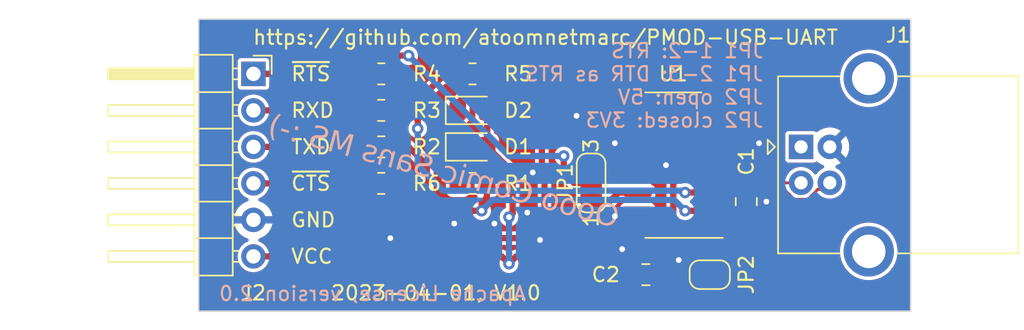
<source format=kicad_pcb>
(kicad_pcb (version 20221018) (generator pcbnew)
  (title_block (title "PMOD USB UART") (date "2023-04-01") (rev "V1.0") (company "https://github.com/atoomnetmarc/PMOD-USB-UART") (comment 1 "Apache License, version 2.0"))
  (layers (0 "F.Cu" signal) (31 "B.Cu" signal) (34 "B.Paste" user) (35 "F.Paste" user) (36 "B.SilkS" user "B.Silkscreen") (37 "F.SilkS" user "F.Silkscreen") (38 "B.Mask" user) (39 "F.Mask" user) (44 "Edge.Cuts" user))
  (net 0 "")
  (net 1 "GND")
  (net 2 "VCC")
  (net 3 "Net-(D1-K)")
  (net 4 "Net-(D2-K)")
  (net 6 "/USB-")
  (net 7 "/USB+")
  (net 9 "USB_RXD")
  (net 10 "USB_TXD")
  (net 11 "/TXD")
  (net 12 "/RXD")
  (net 15 "/~{DSR}")
  (net 16 "/~{RI}")
  (net 17 "/~{DCD}")
  (net 19 "USB_~{RTS}")
  (net 20 "USB_~{CTS}")
  (net 21 "Net-(JP1-C)")
  (net 22 "/~{DTR}")
  (net 23 "/~{RTS}")
  (net 24 "/~{CTS}")
  (net 25 "+3V3")
  (footprint "Resistor_SMD:R_0805_2012Metric_Pad1.20x1.40mm_HandSolder" (layer "F.Cu") (at 110.49 101.6 180)
    (fp_text reference "R4" (at -3.175 0) (layer "F.SilkS"))
    (fp_text value "100R")
    (fp_line (start -0.227064 -0.735) (end 0.227064 -0.735) (stroke (width 0.12)) (layer "F.SilkS"))
    (fp_line (start -0.227064 0.735) (end 0.227064 0.735) (stroke (width 0.12)) (layer "F.SilkS"))
    (pad "1" smd roundrect (at -1 0 180) (size 1.2 1.4) (layers "F.Cu" "F.Paste" "F.Mask") (roundrect_rratio 0.2083333333) (net 21 "Net-(JP1-C)"))
    (pad "2" smd roundrect (at 1 0 180) (size 1.2 1.4) (layers "F.Cu" "F.Paste" "F.Mask") (roundrect_rratio 0.2083333333) (net 19 "USB_~{RTS}"))
  )
  (footprint "Package_SO:SOIC-16_3.9x9.9mm_P1.27mm" (layer "F.Cu") (at 130.81 107.95 180)
    (fp_text reference "U1" (at 0 6.35) (layer "F.SilkS"))
    (fp_text value "CH340C")
    (fp_line (start 0 -5.06) (end -3.45 -5.06) (stroke (width 0.12)) (layer "F.SilkS"))
    (fp_line (start 0 -5.06) (end 1.95 -5.06) (stroke (width 0.12)) (layer "F.SilkS"))
    (fp_line (start 0 5.06) (end -1.95 5.06) (stroke (width 0.12)) (layer "F.SilkS"))
    (fp_line (start 0 5.06) (end 1.95 5.06) (stroke (width 0.12)) (layer "F.SilkS"))
    (pad "1" smd roundrect (at -2.475 -4.445 180) (size 1.95 0.6) (layers "F.Cu" "F.Paste" "F.Mask") (net 1 "GND"))
    (pad "2" smd roundrect (at -2.475 -3.175 180) (size 1.95 0.6) (layers "F.Cu" "F.Paste" "F.Mask") (net 11 "/TXD"))
    (pad "3" smd roundrect (at -2.475 -1.905 180) (size 1.95 0.6) (layers "F.Cu" "F.Paste" "F.Mask") (net 12 "/RXD"))
    (pad "4" smd roundrect (at -2.475 -0.635 180) (size 1.95 0.6) (layers "F.Cu" "F.Paste" "F.Mask") (net 25 "+3V3"))
    (pad "5" smd roundrect (at -2.475 0.635 180) (size 1.95 0.6) (layers "F.Cu" "F.Paste" "F.Mask") (net 7 "/USB+"))
    (pad "6" smd roundrect (at -2.475 1.905 180) (size 1.95 0.6) (layers "F.Cu" "F.Paste" "F.Mask") (net 6 "/USB-"))
    (pad "7" smd roundrect (at -2.475 3.175 180) (size 1.95 0.6) (layers "F.Cu" "F.Paste" "F.Mask"))
    (pad "8" smd roundrect (at -2.475 4.445 180) (size 1.95 0.6) (layers "F.Cu" "F.Paste" "F.Mask"))
    (pad "9" smd roundrect (at 2.475 4.445 180) (size 1.95 0.6) (layers "F.Cu" "F.Paste" "F.Mask") (net 24 "/~{CTS}"))
    (pad "10" smd roundrect (at 2.475 3.175 180) (size 1.95 0.6) (layers "F.Cu" "F.Paste" "F.Mask") (net 15 "/~{DSR}"))
    (pad "11" smd roundrect (at 2.475 1.905 180) (size 1.95 0.6) (layers "F.Cu" "F.Paste" "F.Mask") (net 16 "/~{RI}"))
    (pad "12" smd roundrect (at 2.475 0.635 180) (size 1.95 0.6) (layers "F.Cu" "F.Paste" "F.Mask") (net 17 "/~{DCD}"))
    (pad "13" smd roundrect (at 2.475 -0.635 180) (size 1.95 0.6) (layers "F.Cu" "F.Paste" "F.Mask") (net 22 "/~{DTR}"))
    (pad "14" smd roundrect (at 2.475 -1.905 180) (size 1.95 0.6) (layers "F.Cu" "F.Paste" "F.Mask") (net 23 "/~{RTS}"))
    (pad "15" smd roundrect (at 2.475 -3.175 180) (size 1.95 0.6) (layers "F.Cu" "F.Paste" "F.Mask"))
    (pad "16" smd roundrect (at 2.475 -4.445 180) (size 1.95 0.6) (layers "F.Cu" "F.Paste" "F.Mask") (net 2 "VCC"))
  )
  (footprint "Connector_PinHeader_2.54mm-extra:PinHeader_1x06_P2.54mm_Horizontal" (layer "F.Cu") (at 101.6 101.6)
    (fp_text reference "J2" (at 0 15.24) (layer "F.SilkS"))
    (fp_text value "Pmod peripheral UART")
    (fp_line (start -10.1 -0.38) (end -10.1 0.38) (stroke (width 0.12)) (layer "F.SilkS"))
    (fp_line (start -10.1 0.38) (end -4.1 0.38) (stroke (width 0.12)) (layer "F.SilkS"))
    (fp_line (start -10.1 2.16) (end -10.1 2.92) (stroke (width 0.12)) (layer "F.SilkS"))
    (fp_line (start -10.1 2.92) (end -4.1 2.92) (stroke (width 0.12)) (layer "F.SilkS"))
    (fp_line (start -10.1 4.7) (end -10.1 5.46) (stroke (width 0.12)) (layer "F.SilkS"))
    (fp_line (start -10.1 5.46) (end -4.1 5.46) (stroke (width 0.12)) (layer "F.SilkS"))
    (fp_line (start -10.1 7.24) (end -10.1 8) (stroke (width 0.12)) (layer "F.SilkS"))
    (fp_line (start -10.1 8) (end -4.1 8) (stroke (width 0.12)) (layer "F.SilkS"))
    (fp_line (start -10.1 9.78) (end -10.1 10.54) (stroke (width 0.12)) (layer "F.SilkS"))
    (fp_line (start -10.1 10.54) (end -4.1 10.54) (stroke (width 0.12)) (layer "F.SilkS"))
    (fp_line (start -10.1 12.32) (end -10.1 13.08) (stroke (width 0.12)) (layer "F.SilkS"))
    (fp_line (start -10.1 13.08) (end -4.1 13.08) (stroke (width 0.12)) (layer "F.SilkS"))
    (fp_line (start -4.1 -1.33) (end -1.44 -1.33) (stroke (width 0.12)) (layer "F.SilkS"))
    (fp_line (start -4.1 -0.38) (end -10.1 -0.38) (stroke (width 0.12)) (layer "F.SilkS"))
    (fp_line (start -4.1 -0.32) (end -10.1 -0.32) (stroke (width 0.12)) (layer "F.SilkS"))
    (fp_line (start -4.1 -0.2) (end -10.1 -0.2) (stroke (width 0.12)) (layer "F.SilkS"))
    (fp_line (start -4.1 -0.08) (end -10.1 -0.08) (stroke (width 0.12)) (layer "F.SilkS"))
    (fp_line (start -4.1 0.04) (end -10.1 0.04) (stroke (width 0.12)) (layer "F.SilkS"))
    (fp_line (start -4.1 0.16) (end -10.1 0.16) (stroke (width 0.12)) (layer "F.SilkS"))
    (fp_line (start -4.1 0.28) (end -10.1 0.28) (stroke (width 0.12)) (layer "F.SilkS"))
    (fp_line (start -4.1 2.16) (end -10.1 2.16) (stroke (width 0.12)) (layer "F.SilkS"))
    (fp_line (start -4.1 4.7) (end -10.1 4.7) (stroke (width 0.12)) (layer "F.SilkS"))
    (fp_line (start -4.1 7.24) (end -10.1 7.24) (stroke (width 0.12)) (layer "F.SilkS"))
    (fp_line (start -4.1 9.78) (end -10.1 9.78) (stroke (width 0.12)) (layer "F.SilkS"))
    (fp_line (start -4.1 12.32) (end -10.1 12.32) (stroke (width 0.12)) (layer "F.SilkS"))
    (fp_line (start -4.1 14.03) (end -4.1 -1.33) (stroke (width 0.12)) (layer "F.SilkS"))
    (fp_line (start -1.44 -1.33) (end -1.44 14.03) (stroke (width 0.12)) (layer "F.SilkS"))
    (fp_line (start -1.44 1.27) (end -4.1 1.27) (stroke (width 0.12)) (layer "F.SilkS"))
    (fp_line (start -1.44 3.81) (end -4.1 3.81) (stroke (width 0.12)) (layer "F.SilkS"))
    (fp_line (start -1.44 6.35) (end -4.1 6.35) (stroke (width 0.12)) (layer "F.SilkS"))
    (fp_line (start -1.44 8.89) (end -4.1 8.89) (stroke (width 0.12)) (layer "F.SilkS"))
    (fp_line (start -1.44 11.43) (end -4.1 11.43) (stroke (width 0.12)) (layer "F.SilkS"))
    (fp_line (start -1.44 14.03) (end -4.1 14.03) (stroke (width 0.12)) (layer "F.SilkS"))
    (fp_line (start -1.11 -0.38) (end -1.44 -0.38) (stroke (width 0.12)) (layer "F.SilkS"))
    (fp_line (start -1.11 0.38) (end -1.44 0.38) (stroke (width 0.12)) (layer "F.SilkS"))
    (fp_line (start -1.042929 2.16) (end -1.44 2.16) (stroke (width 0.12)) (layer "F.SilkS"))
    (fp_line (start -1.042929 2.92) (end -1.44 2.92) (stroke (width 0.12)) (layer "F.SilkS"))
    (fp_line (start -1.042929 4.7) (end -1.44 4.7) (stroke (width 0.12)) (layer "F.SilkS"))
    (fp_line (start -1.042929 5.46) (end -1.44 5.46) (stroke (width 0.12)) (layer "F.SilkS"))
    (fp_line (start -1.042929 7.24) (end -1.44 7.24) (stroke (width 0.12)) (layer "F.SilkS"))
    (fp_line (start -1.042929 8) (end -1.44 8) (stroke (width 0.12)) (layer "F.SilkS"))
    (fp_line (start -1.042929 9.78) (end -1.44 9.78) (stroke (width 0.12)) (layer "F.SilkS"))
    (fp_line (start -1.042929 10.54) (end -1.44 10.54) (stroke (width 0.12)) (layer "F.SilkS"))
    (fp_line (start -1.042929 12.32) (end -1.44 12.32) (stroke (width 0.12)) (layer "F.SilkS"))
    (fp_line (start -1.042929 13.08) (end -1.44 13.08) (stroke (width 0.12)) (layer "F.SilkS"))
    (fp_line (start 1.27 -1.27) (end 0 -1.27) (stroke (width 0.12)) (layer "F.SilkS"))
    (fp_line (start 1.27 0) (end 1.27 -1.27) (stroke (width 0.12)) (layer "F.SilkS"))
    (pad "1" thru_hole rect (at 0 0) (size 1.7 1.7) (drill 1) (layers "*.Cu" "*.Mask") (net 19 "USB_~{RTS}"))
    (pad "2" thru_hole oval (at 0 2.54) (size 1.7 1.7) (drill 1) (layers "*.Cu" "*.Mask") (net 9 "USB_RXD"))
    (pad "3" thru_hole oval (at 0 5.08) (size 1.7 1.7) (drill 1) (layers "*.Cu" "*.Mask") (net 10 "USB_TXD"))
    (pad "4" thru_hole oval (at 0 7.62) (size 1.7 1.7) (drill 1) (layers "*.Cu" "*.Mask") (net 20 "USB_~{CTS}"))
    (pad "5" thru_hole oval (at 0 10.16) (size 1.7 1.7) (drill 1) (layers "*.Cu" "*.Mask") (net 1 "GND"))
    (pad "6" thru_hole oval (at 0 12.7) (size 1.7 1.7) (drill 1) (layers "*.Cu" "*.Mask") (net 2 "VCC"))
  )
  (footprint "Resistor_SMD:R_0805_2012Metric_Pad1.20x1.40mm_HandSolder" (layer "F.Cu") (at 110.49 106.68 180)
    (fp_text reference "R2" (at -3.175 0) (layer "F.SilkS"))
    (fp_text value "100R")
    (fp_line (start -0.227064 -0.735) (end 0.227064 -0.735) (stroke (width 0.12)) (layer "F.SilkS"))
    (fp_line (start -0.227064 0.735) (end 0.227064 0.735) (stroke (width 0.12)) (layer "F.SilkS"))
    (pad "1" smd roundrect (at -1 0 180) (size 1.2 1.4) (layers "F.Cu" "F.Paste" "F.Mask") (roundrect_rratio 0.2083333333) (net 11 "/TXD"))
    (pad "2" smd roundrect (at 1 0 180) (size 1.2 1.4) (layers "F.Cu" "F.Paste" "F.Mask") (roundrect_rratio 0.2083333333) (net 10 "USB_TXD"))
  )
  (footprint "LED_SMD:LED_0805_2012Metric_Pad1.15x1.40mm_HandSolder" (layer "F.Cu") (at 116.84 106.68)
    (fp_text reference "D1" (at 3.175 0) (layer "F.SilkS"))
    (fp_text value "Blue")
    (fp_line (start -1.86 -0.96) (end -1.86 0.96) (stroke (width 0.12)) (layer "F.SilkS"))
    (fp_line (start -1.86 0.96) (end 1 0.96) (stroke (width 0.12)) (layer "F.SilkS"))
    (fp_line (start 1 -0.96) (end -1.86 -0.96) (stroke (width 0.12)) (layer "F.SilkS"))
    (pad "1" smd roundrect (at -1.025 0) (size 1.15 1.4) (layers "F.Cu" "F.Paste" "F.Mask") (roundrect_rratio 0.2173913043) (net 3 "Net-(D1-K)"))
    (pad "2" smd roundrect (at 1.025 0) (size 1.15 1.4) (layers "F.Cu" "F.Paste" "F.Mask") (roundrect_rratio 0.2173913043) (net 2 "VCC"))
  )
  (footprint "LED_SMD:LED_0805_2012Metric_Pad1.15x1.40mm_HandSolder" (layer "F.Cu") (at 116.84 104.14)
    (fp_text reference "D2" (at 3.175 0) (layer "F.SilkS"))
    (fp_text value "Blue")
    (fp_line (start -1.86 -0.96) (end -1.86 0.96) (stroke (width 0.12)) (layer "F.SilkS"))
    (fp_line (start -1.86 0.96) (end 1 0.96) (stroke (width 0.12)) (layer "F.SilkS"))
    (fp_line (start 1 -0.96) (end -1.86 -0.96) (stroke (width 0.12)) (layer "F.SilkS"))
    (pad "1" smd roundrect (at -1.025 0) (size 1.15 1.4) (layers "F.Cu" "F.Paste" "F.Mask") (roundrect_rratio 0.2173913043) (net 4 "Net-(D2-K)"))
    (pad "2" smd roundrect (at 1.025 0) (size 1.15 1.4) (layers "F.Cu" "F.Paste" "F.Mask") (roundrect_rratio 0.2173913043) (net 2 "VCC"))
  )
  (footprint "Capacitor_SMD:C_0805_2012Metric_Pad1.18x1.45mm_HandSolder" (layer "F.Cu") (at 128.905 115.57 180)
    (fp_text reference "C2" (at 2.794 0) (layer "F.SilkS"))
    (fp_text value "100n")
    (fp_line (start -0.261252 -0.735) (end 0.261252 -0.735) (stroke (width 0.12)) (layer "F.SilkS"))
    (fp_line (start -0.261252 0.735) (end 0.261252 0.735) (stroke (width 0.12)) (layer "F.SilkS"))
    (pad "1" smd roundrect (at -1.0375 0 180) (size 1.175 1.45) (layers "F.Cu" "F.Paste" "F.Mask") (roundrect_rratio 0.2127659574) (net 2 "VCC"))
    (pad "2" smd roundrect (at 1.0375 0 180) (size 1.175 1.45) (layers "F.Cu" "F.Paste" "F.Mask") (roundrect_rratio 0.2127659574) (net 1 "GND"))
  )
  (footprint "Connector_USB-fixed:USB_B_OST_USB-B1HSxx_Horizontal" (layer "F.Cu") (at 139.7 106.68)
    (fp_text reference "J1" (at 6.76 -7.77) (layer "F.SilkS"))
    (fp_text value "USB_B")
    (fp_line (start -2.32 -0.5) (end -2.32 0.5) (stroke (width 0.12)) (layer "F.SilkS"))
    (fp_line (start -2.32 0.5) (end -1.82 0) (stroke (width 0.12)) (layer "F.SilkS"))
    (fp_line (start -1.82 0) (end -2.32 -0.5) (stroke (width 0.12)) (layer "F.SilkS"))
    (fp_line (start -1.6 -4.91) (end -1.6 7.41) (stroke (width 0.12)) (layer "F.SilkS"))
    (fp_line (start -1.6 7.41) (end 2.66 7.41) (stroke (width 0.12)) (layer "F.SilkS"))
    (fp_line (start 2.66 -4.91) (end -1.6 -4.91) (stroke (width 0.12)) (layer "F.SilkS"))
    (fp_line (start 6.76 -4.91) (end 15.12 -4.91) (stroke (width 0.12)) (layer "F.SilkS"))
    (fp_line (start 15.12 -4.91) (end 15.12 7.41) (stroke (width 0.12)) (layer "F.SilkS"))
    (fp_line (start 15.12 7.41) (end 6.76 7.41) (stroke (width 0.12)) (layer "F.SilkS"))
    (pad "1" thru_hole rect (at 0 0) (size 1.7 1.7) (drill 0.92) (layers "*.Cu" "*.Mask"))
    (pad "2" thru_hole circle (at 0 2.5) (size 1.7 1.7) (drill 0.92) (layers "*.Cu" "*.Mask") (net 6 "/USB-"))
    (pad "3" thru_hole circle (at 2 2.5) (size 1.7 1.7) (drill 0.92) (layers "*.Cu" "*.Mask") (net 7 "/USB+"))
    (pad "4" thru_hole circle (at 2 0) (size 1.7 1.7) (drill 0.92) (layers "*.Cu" "*.Mask") (net 1 "GND"))
    (pad "5" thru_hole circle (at 4.71 -4.77) (size 3.5 3.5) (drill 2.33) (layers "*.Cu" "*.Mask"))
    (pad "5" thru_hole circle (at 4.71 7.27) (size 3.5 3.5) (drill 2.33) (layers "*.Cu" "*.Mask"))
  )
  (footprint "Resistor_SMD:R_0805_2012Metric_Pad1.20x1.40mm_HandSolder" (layer "F.Cu") (at 116.84 109.22)
    (fp_text reference "R1" (at 3.175 0) (layer "F.SilkS"))
    (fp_text value "1k")
    (fp_line (start -0.227064 -0.735) (end 0.227064 -0.735) (stroke (width 0.12)) (layer "F.SilkS"))
    (fp_line (start -0.227064 0.735) (end 0.227064 0.735) (stroke (width 0.12)) (layer "F.SilkS"))
    (pad "1" smd roundrect (at -1 0) (size 1.2 1.4) (layers "F.Cu" "F.Paste" "F.Mask") (roundrect_rratio 0.2083333333) (net 3 "Net-(D1-K)"))
    (pad "2" smd roundrect (at 1 0) (size 1.2 1.4) (layers "F.Cu" "F.Paste" "F.Mask") (roundrect_rratio 0.2083333333) (net 11 "/TXD"))
  )
  (footprint "Jumper:SolderJumper-3_P1.3mm_Bridged12_RoundedPad1.0x1.5mm_NumberLabels" (layer "F.Cu") (at 125.095 109.19 90)
    (fp_text reference "JP1" (at 0 -1.8 90) (layer "F.SilkS"))
    (fp_text value "SolderJumper_3_Bridged12")
    (fp_text user "3" (at 2.6 0 90) (layer "F.SilkS"))
    (fp_text user "1" (at -2.6 0 90) (layer "F.SilkS"))
    (fp_poly (pts (xy -0.9 -0.3) (xy -0.4 -0.3) (xy -0.4 0.3) (xy -0.9 0.3)) (fill solid) (layer "F.Cu"))
    (fp_line (start -2.05 0.3) (end -2.05 -0.3) (stroke (width 0.12)) (layer "F.SilkS"))
    (fp_line (start -1.4 -1) (end 1.4 -1) (stroke (width 0.12)) (layer "F.SilkS"))
    (fp_line (start 1.4 1) (end -1.4 1) (stroke (width 0.12)) (layer "F.SilkS"))
    (fp_line (start 2.05 -0.3) (end 2.05 0.3) (stroke (width 0.12)) (layer "F.SilkS"))
    (fp_arc (start -2.05 -0.3) (mid -1.844975 -0.794975) (end -1.35 -1) (stroke (width 0.12)) (layer "F.SilkS"))
    (fp_arc (start -1.35 1) (mid -1.844975 0.794975) (end -2.05 0.3) (stroke (width 0.12)) (layer "F.SilkS"))
    (fp_arc (start 1.35 -1) (mid 1.844975 -0.794975) (end 2.05 -0.3) (stroke (width 0.12)) (layer "F.SilkS"))
    (fp_arc (start 2.05 0.3) (mid 1.844975 0.794975) (end 1.35 1) (stroke (width 0.12)) (layer "F.SilkS"))
    (pad "1" smd custom (at -1.3 0 90) (size 1 0.5) (layers "F.Cu" "F.Mask") (net 23 "/~{RTS}") (options (clearance outline) (anchor rect)) (primitives (gr_poly (pts (xy 0.55 0.75) (xy 0 0.75) (xy 0 -0.75) (xy 0.55 -0.75)) (width 0) (fill yes)) (gr_circle (center 0 0.25) (end 0.5 0.25) (width 0) (fill yes)) (gr_circle (center 0 -0.25) (end 0.5 -0.25) (width 0) (fill yes))))
    (pad "2" smd rect (at 0 0 90) (size 1 1.5) (layers "F.Cu" "F.Mask") (net 21 "Net-(JP1-C)"))
    (pad "3" smd custom (at 1.3 0 90) (size 1 0.5) (layers "F.Cu" "F.Mask") (net 22 "/~{DTR}") (options (clearance outline) (anchor rect)) (primitives (gr_circle (center 0 0.25) (end 0.5 0.25) (width 0) (fill yes)) (gr_circle (center 0 -0.25) (end 0.5 -0.25) (width 0) (fill yes)) (gr_poly (pts (xy 0 0.75) (xy -0.55 0.75) (xy -0.55 -0.75) (xy 0 -0.75)) (width 0) (fill yes))))
  )
  (footprint "Resistor_SMD:R_0805_2012Metric_Pad1.20x1.40mm_HandSolder" (layer "F.Cu") (at 110.49 104.14 180)
    (fp_text reference "R3" (at -3.175 0) (layer "F.SilkS"))
    (fp_text value "100R")
    (fp_line (start -0.227064 -0.735) (end 0.227064 -0.735) (stroke (width 0.12)) (layer "F.SilkS"))
    (fp_line (start -0.227064 0.735) (end 0.227064 0.735) (stroke (width 0.12)) (layer "F.SilkS"))
    (pad "1" smd roundrect (at -1 0 180) (size 1.2 1.4) (layers "F.Cu" "F.Paste" "F.Mask") (roundrect_rratio 0.2083333333) (net 12 "/RXD"))
    (pad "2" smd roundrect (at 1 0 180) (size 1.2 1.4) (layers "F.Cu" "F.Paste" "F.Mask") (roundrect_rratio 0.2083333333) (net 9 "USB_RXD"))
  )
  (footprint "Resistor_SMD:R_0805_2012Metric_Pad1.20x1.40mm_HandSolder" (layer "F.Cu") (at 116.84 101.6 180)
    (fp_text reference "R5" (at -3.175 0) (layer "F.SilkS"))
    (fp_text value "1k")
    (fp_line (start -0.227064 -0.735) (end 0.227064 -0.735) (stroke (width 0.12)) (layer "F.SilkS"))
    (fp_line (start -0.227064 0.735) (end 0.227064 0.735) (stroke (width 0.12)) (layer "F.SilkS"))
    (pad "1" smd roundrect (at -1 0 180) (size 1.2 1.4) (layers "F.Cu" "F.Paste" "F.Mask") (roundrect_rratio 0.2083333333) (net 4 "Net-(D2-K)"))
    (pad "2" smd roundrect (at 1 0 180) (size 1.2 1.4) (layers "F.Cu" "F.Paste" "F.Mask") (roundrect_rratio 0.2083333333) (net 9 "USB_RXD"))
  )
  (footprint "Capacitor_SMD:C_0805_2012Metric_Pad1.18x1.45mm_HandSolder" (layer "F.Cu") (at 135.89 110.49 -90)
    (fp_text reference "C1" (at -2.794 0 90) (layer "F.SilkS"))
    (fp_text value "100n")
    (fp_line (start -0.261252 -0.735) (end 0.261252 -0.735) (stroke (width 0.12)) (layer "F.SilkS"))
    (fp_line (start -0.261252 0.735) (end 0.261252 0.735) (stroke (width 0.12)) (layer "F.SilkS"))
    (pad "1" smd roundrect (at -1.0375 0 270) (size 1.175 1.45) (layers "F.Cu" "F.Paste" "F.Mask") (roundrect_rratio 0.2127659574) (net 25 "+3V3"))
    (pad "2" smd roundrect (at 1.0375 0 270) (size 1.175 1.45) (layers "F.Cu" "F.Paste" "F.Mask") (roundrect_rratio 0.2127659574) (net 1 "GND"))
  )
  (footprint "Resistor_SMD:R_0805_2012Metric_Pad1.20x1.40mm_HandSolder" (layer "F.Cu") (at 110.49 109.22 180)
    (fp_text reference "R6" (at -3.175 0) (layer "F.SilkS"))
    (fp_text value "100R")
    (fp_line (start -0.227064 -0.735) (end 0.227064 -0.735) (stroke (width 0.12)) (layer "F.SilkS"))
    (fp_line (start -0.227064 0.735) (end 0.227064 0.735) (stroke (width 0.12)) (layer "F.SilkS"))
    (pad "1" smd roundrect (at -1 0 180) (size 1.2 1.4) (layers "F.Cu" "F.Paste" "F.Mask") (roundrect_rratio 0.2083333333) (net 24 "/~{CTS}"))
    (pad "2" smd roundrect (at 1 0 180) (size 1.2 1.4) (layers "F.Cu" "F.Paste" "F.Mask") (roundrect_rratio 0.2083333333) (net 20 "USB_~{CTS}"))
  )
  (footprint "Jumper:SolderJumper-2_P1.3mm_Open_RoundedPad1.0x1.5mm" (layer "F.Cu") (at 133.35 115.57 180)
    (fp_text reference "JP2" (at -2.54 0 90) (layer "F.SilkS"))
    (fp_text value "Open: 5V, Closed:3V3")
    (fp_line (start -1.4 0.3) (end -1.4 -0.3) (stroke (width 0.12)) (layer "F.SilkS"))
    (fp_line (start -0.7 -1) (end 0.7 -1) (stroke (width 0.12)) (layer "F.SilkS"))
    (fp_line (start 0.7 1) (end -0.7 1) (stroke (width 0.12)) (layer "F.SilkS"))
    (fp_line (start 1.4 -0.3) (end 1.4 0.3) (stroke (width 0.12)) (layer "F.SilkS"))
    (fp_arc (start -1.4 -0.3) (mid -1.194975 -0.794975) (end -0.7 -1) (stroke (width 0.12)) (layer "F.SilkS"))
    (fp_arc (start -0.7 1) (mid -1.194975 0.794975) (end -1.4 0.3) (stroke (width 0.12)) (layer "F.SilkS"))
    (fp_arc (start 0.7 -1) (mid 1.194975 -0.794975) (end 1.4 -0.3) (stroke (width 0.12)) (layer "F.SilkS"))
    (fp_arc (start 1.4 0.3) (mid 1.194975 0.794975) (end 0.7 1) (stroke (width 0.12)) (layer "F.SilkS"))
    (pad "1" smd custom (at -0.65 0 180) (size 1 0.5) (layers "F.Cu" "F.Mask") (net 25 "+3V3") (options (clearance outline) (anchor rect)) (primitives (gr_circle (center 0 0.25) (end 0.5 0.25) (width 0) (fill yes)) (gr_circle (center 0 -0.25) (end 0.5 -0.25) (width 0) (fill yes)) (gr_poly (pts (xy 0.5 0.75) (xy 0 0.75) (xy 0 -0.75) (xy 0.5 -0.75)) (width 0) (fill yes))))
    (pad "2" smd custom (at 0.65 0 180) (size 1 0.5) (layers "F.Cu" "F.Mask") (net 2 "VCC") (options (clearance outline) (anchor rect)) (primitives (gr_circle (center 0 0.25) (end 0.5 0.25) (width 0) (fill yes)) (gr_circle (center 0 -0.25) (end 0.5 -0.25) (width 0) (fill yes)) (gr_poly (pts (xy 0 0.75) (xy -0.5 0.75) (xy -0.5 -0.75) (xy 0 -0.75)) (width 0) (fill yes))))
  )
  (gr_line (start 147.32 118.11) (end 147.32 97.79) (stroke (width 0.1)) (layer "Edge.Cuts"))
  (gr_line (start 147.32 97.79) (end 97.79 97.79) (stroke (width 0.1)) (layer "Edge.Cuts"))
  (gr_line (start 97.79 97.79) (end 97.79 118.11) (stroke (width 0.1)) (layer "Edge.Cuts"))
  (gr_line (start 97.79 118.11) (end 147.32 118.11) (stroke (width 0.1)) (layer "Edge.Cuts"))
  (gr_text "${COMMENT1}" (at 120.65 117.475) (layer "B.SilkS") (effects (font (size 1 1)) (justify left bottom mirror)))
  (gr_text "Oooo Comic Sans MS :-)" (at 114.808 108.458 345) (layer "B.SilkS") (effects (font (size 1.5 1.5)) (justify mirror)))
  (gr_text "JP1 1-2: RTS\nJP1 2-3: DTR as RTS\nJP2 open: 5V\nJP2 closed: 3V3" (at 137.16 105.41) (layer "B.SilkS") (effects (font (size 1 1)) (justify left bottom mirror)))
  (gr_text "TXD" (at 104.14 106.68) (layer "F.SilkS") (effects (font (size 1 1)) (justify left)))
  (gr_text "${ISSUE_DATE}, ${REVISION}" (at 114.3 116.84) (layer "F.SilkS") (effects (font (size 1 1))))
  (gr_text "~{RTS}" (at 104.14 101.6) (layer "F.SilkS") (effects (font (size 1 1)) (justify left)))
  (gr_text "${COMPANY}" (at 121.92 99.06) (layer "F.SilkS") (effects (font (size 1 1))))
  (gr_text "VCC" (at 104.14 114.3) (layer "F.SilkS") (effects (font (size 1 1)) (justify left)))
  (gr_text "~{CTS}" (at 104.14 109.22) (layer "F.SilkS") (effects (font (size 1 1)) (justify left)))
  (gr_text "GND" (at 104.14 111.76) (layer "F.SilkS") (effects (font (size 1 1)) (justify left)))
  (gr_text "RXD" (at 104.14 104.14) (layer "F.SilkS") (effects (font (size 1 1)) (justify left)))
  (segment (start 133.985 112.395) (end 135.255 113.665) (width 0.44) (layer "F.Cu") (net 1))
  (segment (start 133.285 112.395) (end 133.985 112.395) (width 0.44) (layer "F.Cu") (net 1))
  (via (at 130.302 107.95) (size 0.8) (drill 0.4) (layers "F.Cu" "B.Cu") (net 1))
  (via (at 131.191 114.554) (size 0.8) (drill 0.4) (layers "F.Cu" "B.Cu") (net 1))
  (via (at 120.65 111.252) (size 0.8) (drill 0.4) (layers "F.Cu" "B.Cu") (net 1))
  (via (at 137.287 110.49) (size 0.8) (drill 0.4) (layers "F.Cu" "B.Cu") (net 1))
  (via (at 121.031 108.458) (size 0.8) (drill 0.4) (layers "F.Cu" "B.Cu") (net 1))
  (via (at 127.254 113.792) (size 0.8) (drill 0.4) (layers "F.Cu" "B.Cu") (net 1))
  (via (at 136.779 106.426) (size 0.8) (drill 0.4) (layers "F.Cu" "B.Cu") (net 1))
  (via (at 121.539 113.157) (size 0.8) (drill 0.4) (layers "F.Cu" "B.Cu") (net 1))
  (via (at 118.364 112.014) (size 0.8) (drill 0.4) (layers "F.Cu" "B.Cu") (net 1))
  (via (at 111.125 113.03) (size 0.8) (drill 0.4) (layers "F.Cu" "B.Cu") (net 1))
  (via (at 126.746 106.426) (size 0.8) (drill 0.4) (layers "F.Cu" "B.Cu") (net 1))
  (via (at 115.57 112.014) (size 0.8) (drill 0.4) (layers "F.Cu" "B.Cu") (net 1))
  (via (at 124.079 104.521) (size 0.8) (drill 0.4) (layers "F.Cu" "B.Cu") (net 1))
  (via (at 126.746 111.506) (size 0.8) (drill 0.4) (layers "F.Cu" "B.Cu") (net 1))
  (segment (start 124.46 114.3) (end 126.365 112.395) (width 0.44) (layer "F.Cu") (net 2))
  (segment (start 119.888 114.3) (end 124.46 114.3) (width 0.44) (layer "F.Cu") (net 2))
  (segment (start 117.865 104.14) (end 117.865 106.68) (width 0.44) (layer "F.Cu") (net 2))
  (segment (start 128.335 112.395) (end 128.335 113.095) (width 0.44) (layer "F.Cu") (net 2))
  (segment (start 128.335 113.095) (end 129.9425 114.7025) (width 0.44) (layer "F.Cu") (net 2))
  (segment (start 119.634 108.449) (end 117.865 106.68) (width 0.44) (layer "F.Cu") (net 2))
  (segment (start 126.365 112.395) (end 128.335 112.395) (width 0.44) (layer "F.Cu") (net 2))
  (segment (start 129.9425 114.7025) (end 129.9425 115.57) (width 0.44) (layer "F.Cu") (net 2))
  (segment (start 118.872 114.3) (end 119.38 114.808) (width 0.44) (layer "F.Cu") (net 2))
  (segment (start 119.38 114.808) (end 119.888 114.3) (width 0.44) (layer "F.Cu") (net 2))
  (segment (start 101.6 114.3) (end 118.872 114.3) (width 0.44) (layer "F.Cu") (net 2))
  (segment (start 119.38 111.5635) (end 119.634 111.3095) (width 0.44) (layer "F.Cu") (net 2))
  (segment (start 129.9425 115.57) (end 132.7 115.57) (width 0.44) (layer "F.Cu") (net 2))
  (segment (start 119.634 111.3095) (end 119.634 108.449) (width 0.44) (layer "F.Cu") (net 2))
  (via (at 119.38 114.808) (size 0.8) (drill 0.4) (layers "F.Cu" "B.Cu") (net 2))
  (via (at 119.38 111.5635) (size 0.8) (drill 0.4) (layers "F.Cu" "B.Cu") (net 2))
  (segment (start 119.38 111.5635) (end 119.38 114.808) (width 0.44) (layer "B.Cu") (net 2))
  (segment (start 115.815 109.195) (end 115.84 109.22) (width 0.44) (layer "F.Cu") (net 3))
  (segment (start 115.815 106.68) (end 115.815 109.195) (width 0.44) (layer "F.Cu") (net 3))
  (segment (start 115.815 104.14) (end 115.815 103.625) (width 0.44) (layer "F.Cu") (net 4))
  (segment (start 115.815 103.625) (end 117.84 101.6) (width 0.44) (layer "F.Cu") (net 4))
  (segment (start 138.0732 109.18) (end 139.7 109.18) (width 0.2) (layer "F.Cu") (net 6))
  (segment (start 133.285 106.045) (end 133.694999 106.454999) (width 0.2) (layer "F.Cu") (net 6))
  (segment (start 133.694999 106.454999) (end 135.348199 106.454999) (width 0.2) (layer "F.Cu") (net 6))
  (segment (start 135.348199 106.454999) (end 138.0732 109.18) (width 0.2) (layer "F.Cu") (net 6))
  (segment (start 133.694999 106.905001) (end 135.161801 106.905001) (width 0.2) (layer "F.Cu") (net 7))
  (segment (start 139.223654 110.33) (end 140.176346 110.33) (width 0.2) (layer "F.Cu") (net 7))
  (segment (start 133.285 107.315) (end 133.694999 106.905001) (width 0.2) (layer "F.Cu") (net 7))
  (segment (start 141.25 109.63) (end 141.7 109.18) (width 0.2) (layer "F.Cu") (net 7))
  (segment (start 135.161801 106.905001) (end 137.8868 109.63) (width 0.2) (layer "F.Cu") (net 7))
  (segment (start 138.523654 109.63) (end 139.223654 110.33) (width 0.2) (layer "F.Cu") (net 7))
  (segment (start 140.876346 109.63) (end 141.25 109.63) (width 0.2) (layer "F.Cu") (net 7))
  (segment (start 137.8868 109.63) (end 138.523654 109.63) (width 0.2) (layer "F.Cu") (net 7))
  (segment (start 140.176346 110.33) (end 140.876346 109.63) (width 0.2) (layer "F.Cu") (net 7))
  (segment (start 101.6 104.14) (end 109.49 104.14) (width 0.44) (layer "F.Cu") (net 9))
  (segment (start 110.3075 102.87) (end 109.49 103.6875) (width 0.44) (layer "F.Cu") (net 9))
  (segment (start 113.665 102.87) (end 110.3075 102.87) (width 0.44) (layer "F.Cu") (net 9))
  (segment (start 115.84 101.6) (end 114.935 101.6) (width 0.44) (layer "F.Cu") (net 9))
  (segment (start 114.935 101.6) (end 113.665 102.87) (width 0.44) (layer "F.Cu") (net 9))
  (segment (start 109.49 103.6875) (end 109.49 104.14) (width 0.44) (layer "F.Cu") (net 9))
  (segment (start 101.6 106.68) (end 109.49 106.68) (width 0.44) (layer "F.Cu") (net 10))
  (segment (start 117.475 111.125) (end 114.3 111.125) (width 0.44) (layer "F.Cu") (net 11))
  (segment (start 133.285 111.125) (end 131.6295 111.125) (width 0.44) (layer "F.Cu") (net 11))
  (segment (start 112.395 106.68) (end 111.49 106.68) (width 0.44) (layer "F.Cu") (net 11))
  (segment (start 113.665 107.95) (end 112.395 106.68) (width 0.44) (layer "F.Cu") (net 11))
  (segment (start 114.3 111.125) (end 113.665 110.49) (width 0.44) (layer "F.Cu") (net 11))
  (segment (start 117.84 110.22) (end 117.84 109.22) (width 0.44) (layer "F.Cu") (net 11))
  (segment (start 117.475 110.585) (end 117.84 110.22) (width 0.44) (layer "F.Cu") (net 11))
  (segment (start 113.665 110.49) (end 113.665 107.95) (width 0.44) (layer "F.Cu") (net 11))
  (segment (start 117.475 111.125) (end 117.475 110.585) (width 0.44) (layer "F.Cu") (net 11))
  (via (at 117.475 111.125) (size 0.8) (drill 0.4) (layers "F.Cu" "B.Cu") (net 11))
  (via (at 131.6295 111.125) (size 0.8) (drill 0.4) (layers "F.Cu" "B.Cu") (net 11))
  (segment (start 118.232 110.368) (end 117.475 111.125) (width 0.44) (layer "B.Cu") (net 11))
  (segment (start 131.6295 111.125) (end 130.8725 110.368) (width 0.44) (layer "B.Cu") (net 11))
  (segment (start 130.8725 110.368) (end 118.232 110.368) (width 0.44) (layer "B.Cu") (net 11))
  (segment (start 113.03 105.41) (end 113.03 104.775) (width 0.44) (layer "F.Cu") (net 12))
  (segment (start 113.03 104.775) (end 112.395 104.14) (width 0.44) (layer "F.Cu") (net 12))
  (segment (start 112.395 104.14) (end 111.49 104.14) (width 0.44) (layer "F.Cu") (net 12))
  (segment (start 133.285 109.855) (end 131.6295 109.855) (width 0.44) (layer "F.Cu") (net 12))
  (via (at 131.6295 109.855) (size 0.8) (drill 0.4) (layers "F.Cu" "B.Cu") (net 12))
  (via (at 113.03 105.41) (size 0.8) (drill 0.4) (layers "F.Cu" "B.Cu") (net 12))
  (segment (start 131.5025 109.728) (end 131.6295 109.855) (width 0.44) (layer "B.Cu") (net 12))
  (segment (start 114.808 109.728) (end 131.5025 109.728) (width 0.44) (layer "B.Cu") (net 12))
  (segment (start 113.03 105.41) (end 113.03 107.95) (width 0.44) (layer "B.Cu") (net 12))
  (segment (start 113.03 107.95) (end 114.808 109.728) (width 0.44) (layer "B.Cu") (net 12))
  (segment (start 101.6 101.6) (end 109.49 101.6) (width 0.44) (layer "F.Cu") (net 19))
  (segment (start 101.6 109.22) (end 109.49 109.22) (width 0.44) (layer "F.Cu") (net 20))
  (segment (start 112.395 100.33) (end 111.76 100.33) (width 0.44) (layer "F.Cu") (net 21))
  (segment (start 123.19 108.475) (end 123.19 107.315) (width 0.44) (layer "F.Cu") (net 21))
  (segment (start 123.905 109.19) (end 123.19 108.475) (width 0.44) (layer "F.Cu") (net 21))
  (segment (start 111.49 100.6) (end 111.49 101.6) (width 0.44) (layer "F.Cu") (net 21))
  (segment (start 111.76 100.33) (end 111.49 100.6) (width 0.44) (layer "F.Cu") (net 21))
  (segment (start 125.095 109.19) (end 123.905 109.19) (width 0.44) (layer "F.Cu") (net 21))
  (via (at 123.19 107.315) (size 0.8) (drill 0.4) (layers "F.Cu" "B.Cu") (net 21))
  (via (at 112.395 100.33) (size 0.8) (drill 0.4) (layers "F.Cu" "B.Cu") (net 21))
  (segment (start 123.19 107.315) (end 119.38 107.315) (width 0.44) (layer "B.Cu") (net 21))
  (segment (start 119.38 107.315) (end 112.395 100.33) (width 0.44) (layer "B.Cu") (net 21))
  (segment (start 128.335 108.585) (end 127 108.585) (width 0.44) (layer "F.Cu") (net 22))
  (segment (start 127 108.585) (end 126.305 107.89) (width 0.44) (layer "F.Cu") (net 22))
  (segment (start 126.305 107.89) (end 125.095 107.89) (width 0.44) (layer "F.Cu") (net 22))
  (segment (start 127 109.855) (end 126.365 110.49) (width 0.44) (layer "F.Cu") (net 23))
  (segment (start 126.365 110.49) (end 125.095 110.49) (width 0.44) (layer "F.Cu") (net 23))
  (segment (start 128.335 109.855) (end 127 109.855) (width 0.44) (layer "F.Cu") (net 23))
  (segment (start 120.031656 113.03) (end 115.3 113.03) (width 0.44) (layer "F.Cu") (net 24))
  (segment (start 121.666 105.664) (end 121.666 107.933344) (width 0.44) (layer "F.Cu") (net 24))
  (segment (start 121.851 108.118344) (end 121.851 111.210656) (width 0.44) (layer "F.Cu") (net 24))
  (segment (start 115.3 113.03) (end 111.49 109.22) (width 0.44) (layer "F.Cu") (net 24))
  (segment (start 128.335 103.505) (end 123.825 103.505) (width 0.44) (layer "F.Cu") (net 24))
  (segment (start 121.666 107.933344) (end 121.851 108.118344) (width 0.44) (layer "F.Cu") (net 24))
  (segment (start 123.825 103.505) (end 121.666 105.664) (width 0.44) (layer "F.Cu") (net 24))
  (segment (start 121.851 111.210656) (end 120.031656 113.03) (width 0.44) (layer "F.Cu") (net 24))
  (segment (start 135.89 109.4525) (end 135.0225 108.585) (width 0.44) (layer "F.Cu") (net 25))
  (segment (start 133.35 113.665) (end 133.985 114.3) (width 0.44) (layer "F.Cu") (net 25))
  (segment (start 133.985 115.555) (end 134 115.57) (width 0.44) (layer "F.Cu") (net 25))
  (segment (start 130.81 113.03) (end 131.445 113.665) (width 0.44) (layer "F.Cu") (net 25))
  (segment (start 133.985 114.3) (end 133.985 115.555) (width 0.44) (layer "F.Cu") (net 25))
  (segment (start 131.445 113.665) (end 133.35 113.665) (width 0.44) (layer "F.Cu") (net 25))
  (segment (start 133.285 108.585) (end 131.445 108.585) (width 0.44) (layer "F.Cu") (net 25))
  (segment (start 135.0225 108.585) (end 133.285 108.585) (width 0.44) (layer "F.Cu") (net 25))
  (segment (start 131.445 108.585) (end 130.81 109.22) (width 0.44) (layer "F.Cu") (net 25))
  (segment (start 130.81 109.22) (end 130.81 113.03) (width 0.44) (layer "F.Cu") (net 25))
  (zone (net 1) (net_name "GND") (layers "F&B.Cu") (connect_pads (clearance 0.25)) (min_thickness 0.25) (fill yes (thermal_gap 0.5) (thermal_bridge_width 0.5))
    (polygon (pts (xy 97.79 97.79) (xy 147.32 97.79) (xy 147.32 118.11) (xy 97.79 118.11)))
  )
)
</source>
